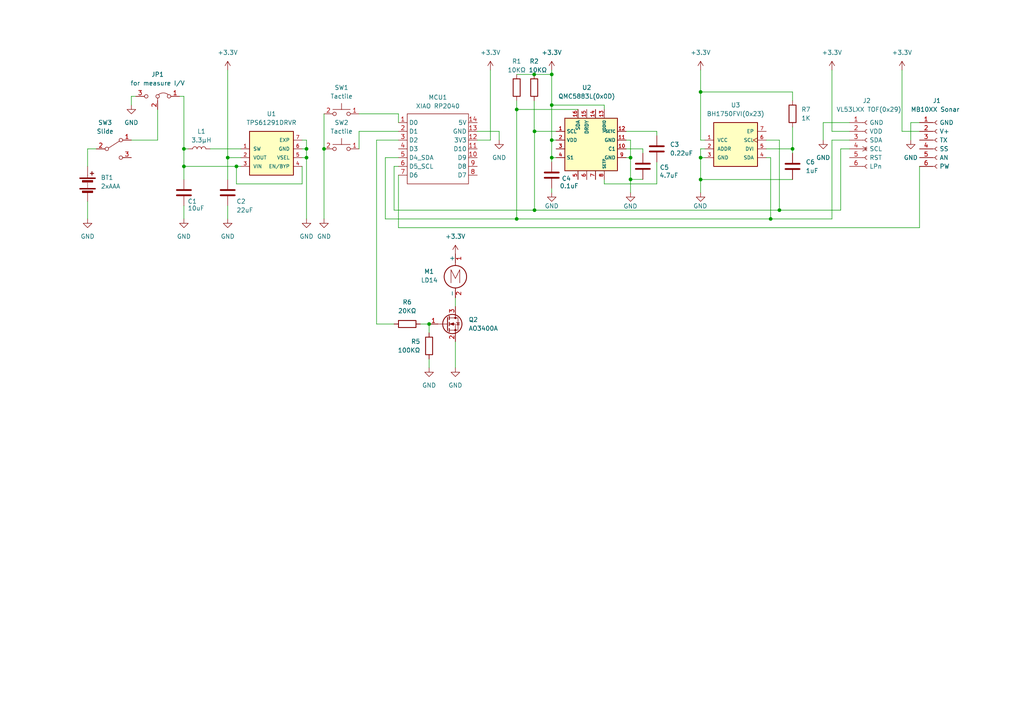
<source format=kicad_sch>
(kicad_sch (version 20230121) (generator eeschema)
  (paper "A4")
  (title_block (title "JSB01") (date "2023-09-04") (rev "0.1"))
  (lib_symbols
    (symbol "Conn_01x06_Socket_1" (pin_names (offset 2))
      (property "Reference" "J2" (at -1.27 11.43 0))
      (property "Value" "VL53LXX TOF(0x29)" (at -8.89 8.89 0))
      (symbol "Conn_01x06_Socket_1_1_1"
        (arc (start 0 -7.112) (mid -0.5058 -7.62) (end 0 -8.128) (stroke (width 0.1524)))
        (arc (start 0 -4.572) (mid -0.5058 -5.08) (end 0 -5.588) (stroke (width 0.1524)))
        (arc (start 0 -2.032) (mid -0.5058 -2.54) (end 0 -3.048) (stroke (width 0.1524)))
        (polyline (pts (xy -1.27 -7.62) (xy -0.508 -7.62)) (stroke (width 0.1524)))
        (polyline (pts (xy -1.27 -5.08) (xy -0.508 -5.08)) (stroke (width 0.1524)))
        (polyline (pts (xy -1.27 -2.54) (xy -0.508 -2.54)) (stroke (width 0.1524)))
        (polyline (pts (xy -1.27 0) (xy -0.508 0)) (stroke (width 0.1524)))
        (polyline (pts (xy -1.27 2.54) (xy -0.508 2.54)) (stroke (width 0.1524)))
        (polyline (pts (xy -1.27 5.08) (xy -0.508 5.08)) (stroke (width 0.1524)))
        (arc (start 0 0.508) (mid -0.5058 0) (end 0 -0.508) (stroke (width 0.1524)))
        (arc (start 0 3.048) (mid -0.5058 2.54) (end 0 2.032) (stroke (width 0.1524)))
        (arc (start 0 5.588) (mid -0.5058 5.08) (end 0 4.572) (stroke (width 0.1524)))
        (pin power_in line (at -5.08 5.08 0) (length 3.81) (name "GND") (number "1"))
        (pin power_in line (at -5.08 2.54 0) (length 3.81) (name "VDD") (number "2"))
        (pin bidirectional line (at -5.08 0 0) (length 3.81) (name "SDA") (number "3"))
        (pin input clock (at -5.08 -2.54 0) (length 3.81) (name "SCL") (number "4"))
        (pin input line (at -5.08 -5.08 0) (length 3.81) (name "RST") (number "5"))
        (pin input line (at -5.08 -7.62 0) (length 3.81) (name "LPn") (number "6"))
      )
    )
    (symbol "Device:Battery" (pin_numbers hide) (pin_names (offset 0) hide)
      (property "Reference" "BT1" (at 3.81 1.8415 0))
      (property "Value" "Battery" (at 3.81 -0.6985 0))
      (symbol "Battery_0_1"
        (rectangle (start -2.286 -1.27) (end 2.286 -1.524) (fill (type outline)))
        (rectangle (start -2.286 1.778) (end 2.286 1.524) (fill (type outline)))
        (rectangle (start -1.524 -2.032) (end 1.524 -2.54) (fill (type outline)))
        (rectangle (start -1.524 1.016) (end 1.524 0.508) (fill (type outline)))
        (polyline (pts (xy 0 -1.016) (xy 0 -0.762)))
        (polyline (pts (xy 0 -0.508) (xy 0 -0.254)))
        (polyline (pts (xy 0 0) (xy 0 0.254)))
        (polyline (pts (xy 0 1.778) (xy 0 2.54)))
        (polyline (pts (xy 0.762 3.048) (xy 1.778 3.048)) (stroke (width 0.254)))
        (polyline (pts (xy 1.27 3.556) (xy 1.27 2.54)) (stroke (width 0.254)))
      )
      (symbol "Battery_1_1"
        (pin passive line (at 0 5.08 270) (length 2.54) (name "+") (number "1"))
        (pin passive line (at 0 -5.08 90) (length 2.54) (name "-") (number "2"))
      )
    )
    (symbol "Device:C" (pin_numbers hide) (pin_names (offset 0.254))
      (property "Reference" "C" (at 0.635 2.54 0))
      (property "Value" "C" (at 0.635 -2.54 0))
      (symbol "C_0_1"
        (polyline (pts (xy -2.032 -0.762) (xy 2.032 -0.762)) (stroke (width 0.508)))
        (polyline (pts (xy -2.032 0.762) (xy 2.032 0.762)) (stroke (width 0.508)))
      )
      (symbol "C_1_1"
        (pin passive line (at 0 3.81 270) (length 2.794) (name "~") (number "1"))
        (pin passive line (at 0 -3.81 90) (length 2.794) (name "~") (number "2"))
      )
    )
    (symbol "Device:L" (pin_numbers hide) (pin_names (offset 1.016) hide)
      (property "Reference" "L1" (at 1.27 1.27 0))
      (property "Value" "L" (at 1.27 -1.27 0))
      (symbol "L_0_1"
        (arc (start 0 -1.27) (mid 0.6323 -0.635) (end 0 0))
        (arc (start 0 0) (mid 0.6323 0.635) (end 0 1.27))
        (arc (start 0 1.27) (mid 0.6323 1.905) (end 0 2.54))
      )
      (symbol "L_1_1"
        (pin passive line (at 0 3.81 270) (length 1.27) (name "1") (number "1"))
        (pin passive line (at 0 -2.54 90) (length 1.27) (name "2") (number "2"))
      )
    )
    (symbol "Device:R" (pin_numbers hide) (pin_names (offset 0))
      (property "Reference" "R" (at 2.032 0 90))
      (property "Value" "R" (at 0 0 90))
      (symbol "R_0_1"
        (rectangle (start -1.016 -2.54) (end 1.016 2.54) (stroke (width 0.254)))
      )
      (symbol "R_1_1"
        (pin passive line (at 0 3.81 270) (length 1.27) (name "~") (number "1"))
        (pin passive line (at 0 -3.81 90) (length 1.27) (name "~") (number "2"))
      )
    )
    (symbol "JSB01_Lib:BH1750FVI-TR" (pin_names (offset 1.016))
      (property "Reference" "U" (at 0 12.7 0))
      (property "Value" "BH1750FVI-TR" (at 0 10.16 0))
      (symbol "BH1750FVI-TR_0_0"
        (rectangle (start -6.35 7.62) (end 6.35 -5.08) (stroke (width 0.254)) (fill (type background)))
      )
      (symbol "BH1750FVI-TR_1_0"
        (pin power_in line (at -8.89 2.54 0) (length 2.54) (name "VCC") (number "1"))
        (pin input line (at -8.89 0 0) (length 2.54) (name "ADDR") (number "2"))
        (pin power_in line (at -8.89 -2.54 0) (length 2.54) (name "GND") (number "3"))
        (pin bidirectional line (at 8.89 -2.54 180) (length 2.54) (name "SDA") (number "4"))
        (pin input line (at 8.89 0 180) (length 2.54) (name "DVI") (number "5"))
        (pin input clock (at 8.89 2.54 180) (length 2.54) (name "SCL") (number "6"))
        (pin power_in line (at 8.89 5.08 180) (length 2.54) (name "EP") (number "7"))
      )
    )
    (symbol "JSB01_Lib:Conn_01x06_Socket" (pin_names (offset 2))
      (property "Reference" "J1" (at -1.27 11.43 0))
      (property "Value" "MB10XX Sonar" (at -7.62 8.89 0))
      (symbol "Conn_01x06_Socket_1_1"
        (arc (start 0 -7.112) (mid -0.5058 -7.62) (end 0 -8.128) (stroke (width 0.1524)))
        (arc (start 0 -4.572) (mid -0.5058 -5.08) (end 0 -5.588) (stroke (width 0.1524)))
        (arc (start 0 -2.032) (mid -0.5058 -2.54) (end 0 -3.048) (stroke (width 0.1524)))
        (polyline (pts (xy -1.27 -7.62) (xy -0.508 -7.62)) (stroke (width 0.1524)))
        (polyline (pts (xy -1.27 -5.08) (xy -0.508 -5.08)) (stroke (width 0.1524)))
        (polyline (pts (xy -1.27 -2.54) (xy -0.508 -2.54)) (stroke (width 0.1524)))
        (polyline (pts (xy -1.27 0) (xy -0.508 0)) (stroke (width 0.1524)))
        (polyline (pts (xy -1.27 2.54) (xy -0.508 2.54)) (stroke (width 0.1524)))
        (polyline (pts (xy -1.27 5.08) (xy -0.508 5.08)) (stroke (width 0.1524)))
        (arc (start 0 0.508) (mid -0.5058 0) (end 0 -0.508) (stroke (width 0.1524)))
        (arc (start 0 3.048) (mid -0.5058 2.54) (end 0 2.032) (stroke (width 0.1524)))
        (arc (start 0 5.588) (mid -0.5058 5.08) (end 0 4.572) (stroke (width 0.1524)))
        (pin passive line (at -5.08 5.08 0) (length 3.81) (name "GND") (number "1"))
        (pin passive line (at -5.08 2.54 0) (length 3.81) (name "V+") (number "2"))
        (pin passive line (at -5.08 0 0) (length 3.81) (name "TX") (number "3"))
        (pin passive line (at -5.08 -2.54 0) (length 3.81) (name "SS") (number "4"))
        (pin passive line (at -5.08 -5.08 0) (length 3.81) (name "AN") (number "5"))
        (pin passive line (at -5.08 -7.62 0) (length 3.81) (name "PW") (number "6"))
      )
    )
    (symbol "JSB01_Lib:QMC5883L" (pin_names (offset 0.5))
      (property "Reference" "U2" (at 1.2403 -5.0599 0))
      (property "Value" "QMC5883L" (at 0.7419 -2.2355 0))
      (symbol "QMC5883L_0_0"
        (rectangle (start -6.35 6.35) (end 8.89 -8.89) (stroke (width 0.254)) (fill (type background)))
        (pin bidirectional line (at -8.89 0 0) (length 2.54) (name "VDD") (number "2"))
        (pin bidirectional line (at -8.89 -5.08 0) (length 2.54) (name "S1") (number "4"))
      )
      (symbol "QMC5883L_1_0"
        (pin bidirectional line (at -8.89 2.54 0) (length 2.54) (name "SCL") (number "1"))
        (pin bidirectional line (at 11.43 -2.54 180) (length 2.54) (name "C1") (number "10"))
        (pin bidirectional line (at 11.43 0 180) (length 2.54) (name "GND") (number "11"))
        (pin bidirectional line (at 11.43 2.54 180) (length 2.54) (name "SETC") (number "12"))
        (pin bidirectional line (at 5.08 8.89 270) (length 2.54) (name "VDDIO") (number "13"))
        (pin free line (at 2.54 8.89 270) (length 2.54) (name "") (number "14"))
        (pin bidirectional line (at 0 8.89 270) (length 2.54) (name "DRDY") (number "15"))
        (pin bidirectional line (at -2.54 8.89 270) (length 2.54) (name "SDA") (number "16"))
        (pin bidirectional line (at 5.08 -11.43 90) (length 2.54) (name "SETP") (number "8"))
        (pin bidirectional line (at 11.43 -5.08 180) (length 2.54) (name "GND") (number "9"))
      )
      (symbol "QMC5883L_1_1"
        (pin free line (at -8.89 -2.54 0) (length 2.54) (name "") (number "3"))
        (pin free line (at -2.54 -11.43 90) (length 2.54) (name "") (number "5"))
        (pin free line (at 0 -11.43 90) (length 2.54) (name "") (number "6"))
        (pin free line (at 2.54 -11.43 90) (length 2.54) (name "") (number "7"))
      )
    )
    (symbol "JSB01_Lib:TPS61291DRVR" (pin_names (offset 1.016))
      (property "Reference" "U1" (at 0 12.7 0))
      (property "Value" "TPS61291DRVR" (at 0 10.16 0))
      (symbol "TPS61291DRVR_1_0"
        (rectangle (start -6.35 7.62) (end 6.35 -5.08) (stroke (width 0.254)) (fill (type background)))
        (pin input line (at -8.89 2.54 0) (length 2.54) (name "SW") (number "1"))
        (pin output line (at -8.89 0 0) (length 2.54) (name "VOUT") (number "2"))
        (pin input line (at -8.89 -2.54 0) (length 2.54) (name "VIN") (number "3"))
        (pin input line (at 8.89 -2.54 180) (length 2.54) (name "EN/BYP") (number "4"))
        (pin input line (at 8.89 0 180) (length 2.54) (name "VSEL") (number "5"))
        (pin power_in line (at 8.89 2.54 180) (length 2.54) (name "GND") (number "6"))
        (pin power_in line (at 8.89 5.08 180) (length 2.54) (name "EXP") (number "7"))
      )
    )
    (symbol "JSB01_Lib:XIAO RP2040"
      (property "Reference" "MCU" (at 0 11.43 0))
      (property "Value" "XIAO RP2040" (at 0 -11.43 0))
      (symbol "XIAO RP2040_0_1"
        (rectangle (start -8.89 10.16) (end 8.89 -10.16))
      )
      (symbol "XIAO RP2040_1_1"
        (pin passive line (at -11.43 7.62 0) (length 2.54) (name "D0") (number "1"))
        (pin passive line (at 11.43 -2.54 180) (length 2.54) (name "D9") (number "10"))
        (pin passive line (at 11.43 0 180) (length 2.54) (name "D10") (number "11"))
        (pin passive line (at 11.43 2.54 180) (length 2.54) (name "3V3") (number "12"))
        (pin passive line (at 11.43 5.08 180) (length 2.54) (name "GND") (number "13"))
        (pin passive line (at 11.43 7.62 180) (length 2.54) (name "5V") (number "14"))
        (pin passive line (at -11.43 5.08 0) (length 2.54) (name "D1") (number "2"))
        (pin passive line (at -11.43 2.54 0) (length 2.54) (name "D2") (number "3"))
        (pin passive line (at -11.43 0 0) (length 2.54) (name "D3") (number "4"))
        (pin passive line (at -11.43 -2.54 0) (length 2.54) (name "D4_SDA") (number "5"))
        (pin passive line (at -11.43 -5.08 0) (length 2.54) (name "D5_SCL") (number "6"))
        (pin passive line (at -11.43 -7.62 0) (length 2.54) (name "D6") (number "7"))
        (pin passive line (at 11.43 -7.62 180) (length 2.54) (name "D7") (number "8"))
        (pin passive line (at 11.43 -5.08 180) (length 2.54) (name "D8") (number "9"))
      )
    )
    (symbol "Jumper:Jumper_3_Bridged12" (pin_names (offset 0) hide)
      (property "Reference" "JP" (at -2.54 -2.54 0))
      (property "Value" "Jumper_3_Bridged12" (at 0 2.794 0))
      (symbol "Jumper_3_Bridged12_0_0"
        (circle (center -3.302 0) (radius 0.508))
        (circle (center 0 0) (radius 0.508))
        (circle (center 3.302 0) (radius 0.508))
      )
      (symbol "Jumper_3_Bridged12_0_1"
        (arc (start -0.254 0.508) (mid -1.651 0.9912) (end -3.048 0.508))
        (polyline (pts (xy 0 -1.27) (xy 0 -0.508)))
      )
      (symbol "Jumper_3_Bridged12_1_1"
        (pin passive line (at -6.35 0 0) (length 2.54) (name "A") (number "1"))
        (pin passive line (at 0 -3.81 90) (length 2.54) (name "C") (number "2"))
        (pin passive line (at 6.35 0 180) (length 2.54) (name "B") (number "3"))
      )
    )
    (symbol "Motor:Motor_DC" (pin_names (offset 0))
      (property "Reference" "M" (at 2.54 2.54 0))
      (property "Value" "Motor_DC" (at 2.54 -5.08 0))
      (symbol "Motor_DC_0_0"
        (polyline (pts (xy -1.27 -3.302) (xy -1.27 0.508) (xy 0 -2.032) (xy 1.27 0.508) (xy 1.27 -3.302)))
      )
      (symbol "Motor_DC_0_1"
        (circle (center 0 -1.524) (radius 3.2512) (stroke (width 0.254)))
        (polyline (pts (xy 0 -7.62) (xy 0 -7.112)))
        (polyline (pts (xy 0 -4.7752) (xy 0 -5.1816)))
        (polyline (pts (xy 0 1.7272) (xy 0 2.0828)))
        (polyline (pts (xy 0 2.032) (xy 0 2.54)))
      )
      (symbol "Motor_DC_1_1"
        (pin passive line (at 0 5.08 270) (length 2.54) (name "+") (number "1"))
        (pin passive line (at 0 -7.62 90) (length 2.54) (name "-") (number "2"))
      )
    )
    (symbol "SW_Push_1" (pin_names (offset 1.016) hide)
      (property "Reference" "SW" (at 1.27 2.54 0))
      (property "Value" "SW_Push" (at 0 -1.524 0))
      (symbol "SW_Push_1_0_1"
        (circle (center -2.032 0) (radius 0.508))
        (polyline (pts (xy 0 1.27) (xy 0 3.048)))
        (polyline (pts (xy 2.54 1.27) (xy -2.54 1.27)))
        (circle (center 2.032 0) (radius 0.508))
        (pin passive line (at -5.08 0 0) (length 2.54) (name "1") (number "1"))
        (pin passive line (at 5.08 0 180) (length 2.54) (name "2") (number "2"))
      )
    )
    (symbol "Switch:SW_Push" (pin_names (offset 1.016) hide)
      (property "Reference" "SW" (at 1.27 2.54 0))
      (property "Value" "SW_Push" (at 0 -1.524 0))
      (symbol "SW_Push_0_1"
        (circle (center -2.032 0) (radius 0.508))
        (polyline (pts (xy 0 1.27) (xy 0 3.048)))
        (polyline (pts (xy 2.54 1.27) (xy -2.54 1.27)))
        (circle (center 2.032 0) (radius 0.508))
        (pin passive line (at -5.08 0 0) (length 2.54) (name "1") (number "1"))
        (pin passive line (at 5.08 0 180) (length 2.54) (name "2") (number "2"))
      )
    )
    (symbol "Switch:SW_SPDT" (pin_names (offset 0) hide)
      (property "Reference" "SW" (at 0 4.318 0))
      (property "Value" "SW_SPDT" (at 0 -5.08 0))
      (symbol "SW_SPDT_0_0"
        (circle (center -2.032 0) (radius 0.508))
        (circle (center 2.032 -2.54) (radius 0.508))
      )
      (symbol "SW_SPDT_0_1"
        (polyline (pts (xy -1.524 0.254) (xy 1.651 2.286)))
        (circle (center 2.032 2.54) (radius 0.508))
      )
      (symbol "SW_SPDT_1_1"
        (pin passive line (at 5.08 2.54 180) (length 2.54) (name "A") (number "1"))
        (pin passive line (at -5.08 0 0) (length 2.54) (name "B") (number "2"))
        (pin passive line (at 5.08 -2.54 180) (length 2.54) (name "C") (number "3"))
      )
    )
    (symbol "Transistor_FET:AO3400A" (pin_names hide)
      (property "Reference" "Q" (at 5.08 1.905 0))
      (property "Value" "AO3400A" (at 5.08 0 0))
      (symbol "AO3400A_0_1"
        (polyline (pts (xy 0.254 0) (xy -2.54 0)))
        (polyline (pts (xy 0.254 1.905) (xy 0.254 -1.905)) (stroke (width 0.254)))
        (polyline (pts (xy 0.762 -1.27) (xy 0.762 -2.286)) (stroke (width 0.254)))
        (polyline (pts (xy 0.762 0.508) (xy 0.762 -0.508)) (stroke (width 0.254)))
        (polyline (pts (xy 0.762 2.286) (xy 0.762 1.27)) (stroke (width 0.254)))
        (polyline (pts (xy 2.54 2.54) (xy 2.54 1.778)))
        (polyline (pts (xy 2.54 -2.54) (xy 2.54 0) (xy 0.762 0)))
        (polyline (pts (xy 0.762 -1.778) (xy 3.302 -1.778) (xy 3.302 1.778) (xy 0.762 1.778)))
        (polyline (pts (xy 1.016 0) (xy 2.032 0.381) (xy 2.032 -0.381) (xy 1.016 0)) (fill (type outline)))
        (polyline (pts (xy 2.794 0.508) (xy 2.921 0.381) (xy 3.683 0.381) (xy 3.81 0.254)))
        (polyline (pts (xy 3.302 0.381) (xy 2.921 -0.254) (xy 3.683 -0.254) (xy 3.302 0.381)))
        (circle (center 1.651 0) (radius 2.794) (stroke (width 0.254)))
        (circle (center 2.54 -1.778) (radius 0.254) (fill (type outline)))
        (circle (center 2.54 1.778) (radius 0.254) (fill (type outline)))
      )
      (symbol "AO3400A_1_1"
        (pin input line (at -5.08 0 0) (length 2.54) (name "G") (number "1"))
        (pin passive line (at 2.54 -5.08 90) (length 2.54) (name "S") (number "2"))
        (pin passive line (at 2.54 5.08 270) (length 2.54) (name "D") (number "3"))
      )
    )
    (symbol "power:+3.3V" (power) (pin_names (offset 0))
      (property "Value" "+3.3V" (at 0 3.556 0))
      (symbol "+3.3V_0_1"
        (polyline (pts (xy -0.762 1.27) (xy 0 2.54)))
        (polyline (pts (xy 0 0) (xy 0 2.54)))
        (polyline (pts (xy 0 2.54) (xy 0.762 1.27)))
      )
      (symbol "+3.3V_1_1"
        (pin power_in line (at 0 0 90) (length 0) hide (name "+3.3V") (number "1"))
      )
    )
    (symbol "power:GND" (power) (pin_names (offset 0))
      (property "Value" "GND" (at 0 -3.81 0))
      (symbol "GND_0_1"
        (polyline (pts (xy 0 0) (xy 0 -1.27) (xy 1.27 -1.27) (xy 0 -2.54) (xy -1.27 -1.27) (xy 0 -1.27)))
      )
      (symbol "GND_1_1"
        (pin power_in line (at 0 0 270) (length 0) hide (name "GND") (number "1"))
      )
    )
  )
  (junction (at 182.88 52.0372))
  (junction (at 160.02 40.64))
  (junction (at 66.04 45.72))
  (junction (at 88.9 45.72))
  (junction (at 160.02 45.72))
  (junction (at 93.98 43.18))
  (junction (at 203.2 52.07))
  (junction (at 223.52 63.5))
  (junction (at 149.86 63.5))
  (junction (at 226.06 60.96))
  (junction (at 53.34 48.26))
  (junction (at 88.9 43.18))
  (junction (at 155.028 60.96))
  (junction (at 182.88 45.72))
  (junction (at 124.46 93.98))
  (junction (at 203.2 26.67))
  (junction (at 53.34 43.18))
  (junction (at 160.02 30.48))
  (junction (at 154.94 21.59))
  (junction (at 229.87 43.18))
  (junction (at 149.86 31.75))
  (junction (at 155.028 38.1))
  (junction (at 160.02 21.59))
  (junction (at 203.2 45.72))
  (junction (at 68.58 48.26))
  (wire (pts (xy 38.1 27.94) (xy 38.1 30.48)))
  (wire (pts (xy 25.4 48.26) (xy 25.4 43.18)))
  (wire (pts (xy 66.04 20.32) (xy 66.04 45.72)))
  (wire (pts (xy 53.34 48.26) (xy 53.34 52.07)))
  (wire (pts (xy 223.52 63.5) (xy 241.3 63.5)))
  (wire (pts (xy 161.29 40.64) (xy 160.02 40.64)))
  (wire (pts (xy 161.29 45.72) (xy 160.02 45.72)))
  (wire (pts (xy 132.08 99.06) (xy 132.08 106.68)))
  (wire (pts (xy 69.85 45.72) (xy 66.04 45.72)))
  (wire (pts (xy 104.14 38.1) (xy 115.57 38.1)))
  (wire (pts (xy 25.4 58.42) (xy 25.4 63.5)))
  (wire (pts (xy 190.5 46.99) (xy 190.5 53.34)))
  (wire (pts (xy 111.76 63.5) (xy 149.86 63.5)))
  (wire (pts (xy 246.38 35.56) (xy 238.76 35.56)))
  (wire (pts (xy 114.3 48.26) (xy 114.3 60.96)))
  (wire (pts (xy 181.61 38.1) (xy 190.5 38.1)))
  (wire (pts (xy 88.9 40.64) (xy 88.9 43.18)))
  (wire (pts (xy 160.02 30.48) (xy 160.02 40.64)))
  (wire (pts (xy 45.72 40.64) (xy 45.72 31.75)))
  (wire (pts (xy 88.9 43.18) (xy 88.9 45.72)))
  (wire (pts (xy 93.98 33.02) (xy 93.98 43.18)))
  (wire (pts (xy 154.94 38.1) (xy 155.028 38.1)))
  (wire (pts (xy 68.58 53.34) (xy 68.58 48.26)))
  (wire (pts (xy 52.07 27.94) (xy 53.34 27.94)))
  (wire (pts (xy 53.34 43.18) (xy 53.34 48.26)))
  (wire (pts (xy 132.08 86.36) (xy 132.08 88.9)))
  (wire (pts (xy 186.4495 43.18) (xy 186.4495 44.4172)))
  (wire (pts (xy 266.7 48.26) (xy 266.7 66.04)))
  (wire (pts (xy 115.57 33.02) (xy 115.57 35.56)))
  (wire (pts (xy 229.87 43.18) (xy 229.87 44.45)))
  (wire (pts (xy 104.14 43.18) (xy 104.14 38.1)))
  (wire (pts (xy 160.02 45.72) (xy 160.02 46.99)))
  (wire (pts (xy 243.84 43.18) (xy 243.84 60.96)))
  (wire (pts (xy 203.2 52.07) (xy 203.2 55.88)))
  (wire (pts (xy 87.63 48.26) (xy 87.63 53.34)))
  (wire (pts (xy 222.25 43.18) (xy 229.87 43.18)))
  (wire (pts (xy 182.88 40.64) (xy 182.88 45.72)))
  (wire (pts (xy 149.86 31.75) (xy 149.86 63.5)))
  (wire (pts (xy 182.88 45.72) (xy 182.88 52.0372)))
  (wire (pts (xy 175.26 30.48) (xy 160.02 30.48)))
  (wire (pts (xy 223.52 45.72) (xy 223.52 63.5)))
  (wire (pts (xy 241.3 40.64) (xy 241.3 63.5)))
  (wire (pts (xy 124.46 96.52) (xy 124.46 93.98)))
  (wire (pts (xy 111.76 45.72) (xy 111.76 63.5)))
  (wire (pts (xy 39.37 27.94) (xy 38.1 27.94)))
  (wire (pts (xy 121.92 93.98) (xy 124.46 93.98)))
  (wire (pts (xy 261.62 20.32) (xy 261.62 38.1)))
  (wire (pts (xy 144.78 38.1) (xy 144.78 40.64)))
  (wire (pts (xy 226.06 60.96) (xy 243.84 60.96)))
  (wire (pts (xy 182.88 45.72) (xy 181.61 45.72)))
  (wire (pts (xy 203.2 26.67) (xy 203.2 40.64)))
  (wire (pts (xy 149.86 29.21) (xy 149.86 31.75)))
  (wire (pts (xy 115.57 66.04) (xy 266.7 66.04)))
  (wire (pts (xy 60.96 43.18) (xy 69.85 43.18)))
  (wire (pts (xy 181.61 43.18) (xy 186.4495 43.18)))
  (wire (pts (xy 68.58 48.26) (xy 69.85 48.26)))
  (wire (pts (xy 204.47 45.72) (xy 203.2 45.72)))
  (wire (pts (xy 109.22 40.64) (xy 109.22 93.98)))
  (wire (pts (xy 181.61 40.64) (xy 182.88 40.64)))
  (wire (pts (xy 115.57 45.72) (xy 111.76 45.72)))
  (wire (pts (xy 261.62 38.1) (xy 266.7 38.1)))
  (wire (pts (xy 54.61 43.18) (xy 53.34 43.18)))
  (wire (pts (xy 138.43 40.64) (xy 142.24 40.64)))
  (wire (pts (xy 246.38 40.64) (xy 241.3 40.64)))
  (wire (pts (xy 175.26 31.75) (xy 175.26 30.48)))
  (wire (pts (xy 229.87 29.21) (xy 229.87 26.67)))
  (wire (pts (xy 142.24 40.64) (xy 142.24 20.32)))
  (wire (pts (xy 203.2 43.18) (xy 203.2 45.72)))
  (wire (pts (xy 53.34 59.69) (xy 53.34 63.5)))
  (wire (pts (xy 88.9 45.72) (xy 88.9 63.5)))
  (wire (pts (xy 203.2 45.72) (xy 203.2 52.07)))
  (wire (pts (xy 204.47 43.18) (xy 203.2 43.18)))
  (wire (pts (xy 66.04 59.69) (xy 66.04 63.5)))
  (wire (pts (xy 175.26 53.34) (xy 175.26 52.07)))
  (wire (pts (xy 109.22 93.98) (xy 114.3 93.98)))
  (wire (pts (xy 87.63 43.18) (xy 88.9 43.18)))
  (wire (pts (xy 87.63 53.34) (xy 68.58 53.34)))
  (wire (pts (xy 124.46 104.14) (xy 124.46 106.68)))
  (wire (pts (xy 266.7 35.56) (xy 264.16 35.56)))
  (wire (pts (xy 203.2 40.64) (xy 204.47 40.64)))
  (wire (pts (xy 241.3 38.1) (xy 246.38 38.1)))
  (wire (pts (xy 155.028 60.96) (xy 226.06 60.96)))
  (wire (pts (xy 53.34 27.94) (xy 53.34 43.18)))
  (wire (pts (xy 87.63 45.72) (xy 88.9 45.72)))
  (wire (pts (xy 226.06 40.64) (xy 226.06 60.96)))
  (wire (pts (xy 104.14 33.02) (xy 115.57 33.02)))
  (wire (pts (xy 93.98 43.18) (xy 93.98 63.5)))
  (wire (pts (xy 154.94 21.59) (xy 160.02 21.59)))
  (wire (pts (xy 203.2 20.32) (xy 203.2 26.67)))
  (wire (pts (xy 154.94 29.21) (xy 154.94 38.1)))
  (wire (pts (xy 229.87 26.67) (xy 203.2 26.67)))
  (wire (pts (xy 38.1 40.64) (xy 45.72 40.64)))
  (wire (pts (xy 53.34 48.26) (xy 68.58 48.26)))
  (wire (pts (xy 190.5 38.1) (xy 190.5 39.37)))
  (wire (pts (xy 155.028 38.1) (xy 155.028 60.96)))
  (wire (pts (xy 229.87 36.83) (xy 229.87 43.18)))
  (wire (pts (xy 238.76 35.56) (xy 238.76 40.64)))
  (wire (pts (xy 114.3 60.96) (xy 155.028 60.96)))
  (wire (pts (xy 175.26 53.34) (xy 190.5 53.34)))
  (wire (pts (xy 160.02 20.32) (xy 160.02 21.59)))
  (wire (pts (xy 264.16 35.56) (xy 264.16 40.64)))
  (wire (pts (xy 66.04 45.72) (xy 66.04 52.07)))
  (wire (pts (xy 25.4 43.18) (xy 27.94 43.18)))
  (wire (pts (xy 161.29 38.1) (xy 155.028 38.1)))
  (wire (pts (xy 229.87 52.07) (xy 203.2 52.07)))
  (wire (pts (xy 149.86 21.59) (xy 154.94 21.59)))
  (wire (pts (xy 246.38 43.18) (xy 243.84 43.18)))
  (wire (pts (xy 115.57 50.8) (xy 115.57 66.04)))
  (wire (pts (xy 138.43 38.1) (xy 144.78 38.1)))
  (wire (pts (xy 160.02 21.59) (xy 160.02 30.48)))
  (wire (pts (xy 115.57 48.26) (xy 114.3 48.26)))
  (wire (pts (xy 87.63 40.64) (xy 88.9 40.64)))
  (wire (pts (xy 182.88 52.0372) (xy 182.88 55.88)))
  (wire (pts (xy 222.25 40.64) (xy 226.06 40.64)))
  (wire (pts (xy 149.86 63.5) (xy 223.52 63.5)))
  (wire (pts (xy 186.4495 52.0372) (xy 182.88 52.0372)))
  (wire (pts (xy 160.02 55.88) (xy 160.02 54.61)))
  (wire (pts (xy 167.64 31.75) (xy 149.86 31.75)))
  (wire (pts (xy 160.02 40.64) (xy 160.02 45.72)))
  (wire (pts (xy 241.3 20.32) (xy 241.3 38.1)))
  (wire (pts (xy 115.57 40.64) (xy 109.22 40.64)))
  (wire (pts (xy 222.25 45.72) (xy 223.52 45.72)))
  (symbol (lib_id "Device:R") (at 154.94 25.4 0) (unit 1)
    (property "Reference" "R2" (at 154.94 17.78 0))
    (property "Value" "10KΩ" (at 156 20.32 0))
    (property "Footprint" "Resistor_SMD:R_0603_1608Metric" (effects hide))
    (property "LCSC" "C25804" (effects hide))
  )
  (symbol (lib_id "JSB01_Lib:Conn_01x06_Socket") (at 271.78 40.64 0) (unit 1)
    (property "Reference" "J1" (at 270.51 29.21 0) (effects (justify left)))
    (property "Value" "MB10XX Sonar" (at 264.16 31.75 0) (effects (justify left)))
    (property "Footprint" "JSB01_Lib:PinSocket_1x06_P2.54mm_Horizontal" (effects hide))
  )
  (symbol (lib_id "power:GND") (at 53.34 63.5 0) (unit 1)
    (property "Reference" "#PWR03" (effects hide))
    (property "Value" "GND" (at 53.34 68.58 0))
  )
  (symbol (lib_id "power:GND") (at 93.98 63.5 0) (unit 1)
    (property "Reference" "#PWR011" (effects hide))
    (property "Value" "GND" (at 93.98 68.58 0))
  )
  (symbol (lib_id "power:GND") (at 203.2 55.88 0) (unit 1)
    (property "Reference" "#PWR023" (effects hide))
    (property "Value" "GND" (at 203.1143 59.7573 0))
  )
  (symbol (lib_id "Device:R") (at 149.86 25.4 0) (unit 1)
    (property "Reference" "R1" (at 149.86 17.78 0))
    (property "Value" "10KΩ" (at 149.86 20.32 0))
    (property "Footprint" "Resistor_SMD:R_0603_1608Metric" (effects hide))
    (property "LCSC" "C25804" (effects hide))
  )
  (symbol (lib_id "power:GND") (at 144.78 40.64 0) (unit 1)
    (property "Reference" "#PWR08" (effects hide))
    (property "Value" "GND" (at 144.78 45.72 0))
  )
  (symbol (lib_id "power:+3.3V") (at 132.08 73.66 0) (unit 1)
    (property "Reference" "#PWR021" (effects hide))
    (property "Value" "+3.3V" (at 132.08 68.58 0))
  )
  (symbol (lib_id "power:GND") (at 25.4 63.5 0) (unit 1)
    (property "Reference" "#PWR01" (effects hide))
    (property "Value" "GND" (at 25.4 68.58 0))
  )
  (symbol (lib_id "power:+3.3V") (at 142.24 20.32 0) (unit 1)
    (property "Reference" "#PWR07" (effects hide))
    (property "Value" "+3.3V" (at 142.24 15.24 0))
  )
  (symbol (lib_id "JSB01_Lib:BH1750FVI-TR") (at 213.36 43.18 0) (unit 1)
    (property "Reference" "U3" (at 213.36 30.48 0))
    (property "Value" "BH1750FVI(0x23)" (at 213.36 33.02 0))
    (property "Footprint" "JSB01_Lib:WSOF-6_L2.6-W1.6-P0.50-TL-EP" (effects hide))
    (property "LCSC" "C78960" (effects hide))
  )
  (symbol (lib_id "power:+3.3V") (at 261.62 20.32 0) (unit 1)
    (property "Reference" "#PWR09" (effects hide))
    (property "Value" "+3.3V" (at 261.62 15.24 0))
  )
  (symbol (lib_id "Device:C") (at 66.04 55.88 0) (unit 1)
    (property "Reference" "C2" (at 68.58 58.42 0) (effects (justify left)))
    (property "Value" "22uF" (at 68.58 60.96 0) (effects (justify left)))
    (property "Footprint" "Capacitor_SMD:C_0603_1608Metric" (effects hide))
    (property "LCSC" "C59461" (effects hide))
  )
  (symbol (lib_id "Device:C") (at 190.5 43.18 0) (unit 1)
    (property "Reference" "C3" (at 194.31 41.91 0) (effects (justify left)))
    (property "Value" "0.22uF" (at 194.31 44.45 0) (effects (justify left)))
    (property "Footprint" "Capacitor_SMD:C_0603_1608Metric" (effects hide))
    (property "LCSC" "C21120" (effects hide))
  )
  (symbol (lib_id "power:GND") (at 132.08 106.68 0) (unit 1)
    (property "Reference" "#PWR022" (effects hide))
    (property "Value" "GND" (at 132.08 111.76 0))
  )
  (symbol (lib_id "Device:L") (at 58.42 43.18 90) (unit 1)
    (property "Reference" "L1" (at 58.42 38.1 90))
    (property "Value" "3.3μH" (at 58.42 40.64 90))
    (property "Footprint" "JSB01_Lib:IND-SMD_L3.0-W3.0_VLS3010ET" (effects hide))
    (property "LCSC" "C136236" (effects hide))
  )
  (symbol (lib_id "Device:C") (at 186.4495 48.2272 0) (unit 1)
    (property "Reference" "C5" (at 191.3508 48.5595 0) (effects (justify left)))
    (property "Value" "4.7uF" (at 191.2677 50.8855 0) (effects (justify left)))
    (property "Footprint" "Capacitor_SMD:C_0603_1608Metric" (effects hide))
    (property "LCSC" "C19666" (effects hide))
  )
  (symbol (lib_id "JSB01_Lib:XIAO RP2040") (at 127 43.18 0) (unit 1) (in_bom no)
    (property "Reference" "MCU1" (at 127 28.2355 0))
    (property "Value" "XIAO RP2040" (at 127 30.7755 0))
    (property "Footprint" "JSB01_Lib:MOUDLE14P-2.54-21X17.8MM" (effects hide))
  )
  (symbol (lib_id "power:GND") (at 182.88 55.88 0) (unit 1)
    (property "Reference" "#PWR015" (effects hide))
    (property "Value" "GND" (at 182.8446 59.8118 0))
  )
  (symbol (lib_id "Device:C") (at 53.34 55.88 0) (unit 1)
    (property "Reference" "C1" (at 54.4257 58.4021 0) (effects (justify left)))
    (property "Value" "10uF" (at 54.4257 60.3958 0) (effects (justify left)))
    (property "Footprint" "Capacitor_SMD:C_0603_1608Metric" (effects hide))
    (property "LCSC" "C19702" (effects hide))
  )
  (symbol (lib_id "Device:R") (at 229.87 33.02 0) (unit 1)
    (property "Reference" "R7" (at 232.41 31.75 0) (effects (justify left)))
    (property "Value" "1K" (at 232.41 34.29 0) (effects (justify left)))
    (property "Footprint" "Resistor_SMD:R_0603_1608Metric" (effects hide))
    (property "LCSC" "C21190" (effects hide))
  )
  (symbol (lib_id "Switch:SW_SPDT") (at 33.02 43.18 0) (unit 1) (in_bom no)
    (property "Reference" "SW3" (at 30.48 35.56 0))
    (property "Value" "Slide" (at 30.48 38.1 0))
    (property "Footprint" "JSB01_Lib:SW_Slide_ESD1752" (effects hide))
  )
  (symbol (lib_id "power:GND") (at 160.02 55.88 0) (unit 1)
    (property "Reference" "#PWR016" (effects hide))
    (property "Value" "GND" (at 160.0123 59.7516 0))
  )
  (symbol (lib_id "Jumper:Jumper_3_Bridged12") (at 45.72 27.94 0) (mirror y) (unit 1) (in_bom no)
    (property "Reference" "JP1" (at 45.72 21.59 0))
    (property "Value" "for measure I/V" (at 45.72 24.13 0))
    (property "Footprint" "JSB01_Lib:Jumper_1x03_P2.54mm" (effects hide))
  )
  (symbol (lib_id "Transistor_FET:AO3400A") (at 129.54 93.98 0) (unit 1)
    (property "Reference" "Q2" (at 135.89 92.71 0) (effects (justify left)))
    (property "Value" "AO3400A" (at 135.89 95.25 0) (effects (justify left)))
    (property "Footprint" "Package_TO_SOT_SMD:SOT-23" (effects hide))
    (property "Datasheet" "http://www.aosmd.com/pdfs/datasheet/AO3400A.pdf" (effects hide))
    (property "LCSC" "C20917" (effects hide))
  )
  (symbol (lib_id "Device:C") (at 160.02 50.8 0) (unit 1)
    (property "Reference" "C4" (at 162.9224 51.7766 0) (effects (justify left)))
    (property "Value" "0.1uF" (at 162.3409 53.9365 0) (effects (justify left)))
    (property "Footprint" "Capacitor_SMD:C_0603_1608Metric" (effects hide))
    (property "LCSC" "C14663" (effects hide))
  )
  (symbol (lib_name "Conn_01x06_Socket_1") (lib_id "Connector:Conn_01x06_Socket") (at 251.46 40.64 0) (unit 1) (in_bom no)
    (property "Reference" "J2" (at 250.19 29.21 0) (effects (justify left)))
    (property "Value" "VL53LXX TOF(0x29)" (at 242.57 31.75 0) (effects (justify left)))
    (property "Footprint" "Connector_PinSocket_2.54mm:PinSocket_1x06_P2.54mm_Vertical" (effects hide))
  )
  (symbol (lib_id "power:GND") (at 124.46 106.68 0) (unit 1)
    (property "Reference" "#PWR020" (effects hide))
    (property "Value" "GND" (at 124.46 111.76 0))
  )
  (symbol (lib_id "Device:R") (at 118.11 93.98 90) (unit 1)
    (property "Reference" "R6" (at 118.11 87.63 90))
    (property "Value" "20KΩ" (at 118.11 90.17 90))
    (property "Footprint" "Resistor_SMD:R_0603_1608Metric" (effects hide))
    (property "LCSC" "C4184" (effects hide))
  )
  (symbol (lib_id "power:+3.3V") (at 203.2 20.32 0) (unit 1)
    (property "Reference" "#PWR024" (effects hide))
    (property "Value" "+3.3V" (at 203.2 15.24 0))
  )
  (symbol (lib_id "power:+3.3V") (at 66.04 20.32 0) (unit 1)
    (property "Reference" "#PWR06" (effects hide))
    (property "Value" "+3.3V" (at 66.04 15.24 0))
  )
  (symbol (lib_id "JSB01_Lib:QMC5883L") (at 170.18 40.64 0) (unit 1)
    (property "Reference" "U2" (at 170.18 25.4 0))
    (property "Value" "QMC5883L(0x0D)" (at 170.18 27.94 0))
    (property "Footprint" "JSB01_Lib:LGA-16_L3.0-W3.0-P0.50-BL_SQ" (effects hide))
    (property "LCSC" "C976032" (effects hide))
  )
  (symbol (lib_id "power:GND") (at 238.76 40.64 0) (unit 1)
    (property "Reference" "#PWR013" (effects hide))
    (property "Value" "GND" (at 238.76 45.72 0))
  )
  (symbol (lib_id "power:GND") (at 66.04 63.5 0) (unit 1)
    (property "Reference" "#PWR05" (effects hide))
    (property "Value" "GND" (at 66.04 68.58 0))
  )
  (symbol (lib_id "Device:C") (at 229.87 48.26 0) (unit 1)
    (property "Reference" "C6" (at 233.68 46.99 0) (effects (justify left)))
    (property "Value" "1uF" (at 233.68 49.53 0) (effects (justify left)))
    (property "Footprint" "Capacitor_SMD:C_0603_1608Metric" (effects hide))
    (property "LCSC" "C15849" (effects hide))
  )
  (symbol (lib_id "Device:R") (at 124.46 100.33 0) (unit 1)
    (property "Reference" "R5" (at 121.92 99.06 0) (effects (justify right)))
    (property "Value" "100KΩ" (at 121.92 101.6 0) (effects (justify right)))
    (property "Footprint" "Resistor_SMD:R_0603_1608Metric" (effects hide))
    (property "LCSC" "C25803" (effects hide))
  )
  (symbol (lib_id "power:GND") (at 88.9 63.5 0) (unit 1)
    (property "Reference" "#PWR04" (effects hide))
    (property "Value" "GND" (at 88.9 68.58 0))
  )
  (symbol (lib_id "JSB01_Lib:TPS61291DRVR") (at 78.74 45.72 0) (unit 1)
    (property "Reference" "U1" (at 78.74 33.02 0))
    (property "Value" "TPS61291DRVR" (at 78.74 35.56 0))
    (property "Footprint" "JSB01_Lib:WSON-6_L2.0-W2.0-P0.65-BL-EP" (effects hide))
    (property "LCSC" "C464809" (effects hide))
  )
  (symbol (lib_id "power:+3.3V") (at 160.02 20.32 0) (unit 1)
    (property "Reference" "#PWR014" (effects hide))
    (property "Value" "+3.3V" (at 160.02 15.24 0))
  )
  (symbol (lib_id "power:GND") (at 264.16 40.64 0) (unit 1)
    (property "Reference" "#PWR010" (effects hide))
    (property "Value" "GND" (at 264.16 45.72 0))
  )
  (symbol (lib_id "Motor:Motor_DC") (at 132.08 78.74 0) (unit 1) (in_bom no)
    (property "Reference" "M1" (at 124.46 78.74 0))
    (property "Value" "LD14" (at 127 81.28 0) (effects (justify right)))
    (property "Footprint" "JSB01_Lib:LD14" (effects hide))
  )
  (symbol (lib_id "Switch:SW_Push") (at 99.06 43.18 0) (mirror y) (unit 1) (in_bom no)
    (property "Reference" "SW2" (at 99.06 35.56 0))
    (property "Value" "Tactile" (at 99.06 38.1 0))
    (property "Footprint" "JSB01_Lib:SW_tactile_DTS6" (effects hide))
  )
  (symbol (lib_id "Device:Battery") (at 25.4 53.34 0) (unit 1) (in_bom no)
    (property "Reference" "BT1" (at 29.21 51.4985 0) (effects (justify left)))
    (property "Value" "2xAAA" (at 29.21 54.0385 0) (effects (justify left)))
    (property "Footprint" "JSB01_Lib:BatteryHolder 2xAAA" (effects hide))
  )
  (symbol (lib_name "SW_Push_1") (lib_id "Switch:SW_Push") (at 99.06 33.02 0) (mirror y) (unit 1) (in_bom no)
    (property "Reference" "SW1" (at 99.06 25.4 0))
    (property "Value" "Tactile" (at 99.06 27.94 0))
    (property "Footprint" "JSB01_Lib:SW_tactile_DTS6" (effects hide))
  )
  (symbol (lib_id "power:GND") (at 38.1 30.48 0) (mirror y) (unit 1)
    (property "Reference" "#PWR02" (effects hide))
    (property "Value" "GND" (at 38.1 35.56 0))
  )
  (symbol (lib_id "power:+3.3V") (at 241.3 20.32 0) (unit 1)
    (property "Reference" "#PWR012" (effects hide))
    (property "Value" "+3.3V" (at 241.3 15.24 0))
  )
)
</source>
